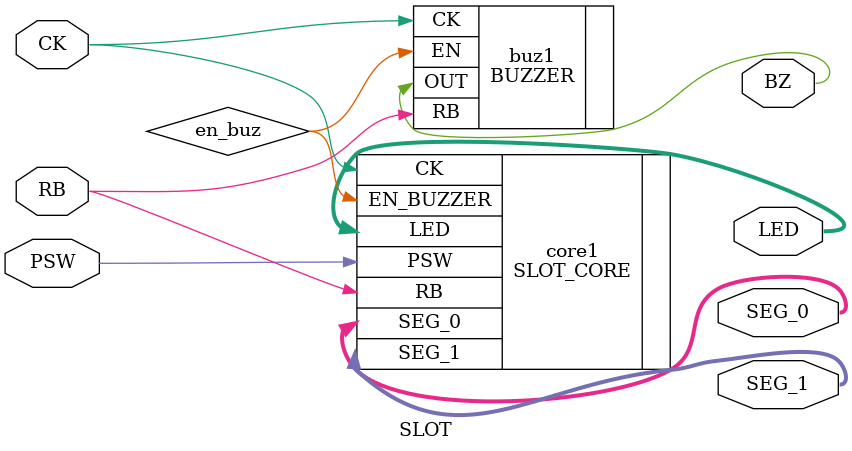
<source format=sv>
/*************************************************************************
 * System Name : 
 * File Name   : SLOT.sv
 * Contents    :
 * Memo        :
 **************************************************************************/

module SLOT(
  input  logic CK,          //システムクロック
  input  logic RB,          //リセット信号
  input  logic PSW,         //プッシュスイッチ
  output logic [7:0] LED,   //LED
  output logic [7:0] SEG_0, //７セグA出力パターン
  output logic [7:0] SEG_1, //７セグB出力パターン
  output logic BZ
);

logic en_buz;

SLOT_CORE core1(
  .CK(CK),        //システムクロック
  .RB(RB),        //リセット信号
  .PSW(PSW),      //プッシュスイッチ
  .LED(LED),      //LED
  .SEG_0(SEG_0),  //７セグA出力パターン
  .SEG_1(SEG_1),  //７セグB出力パターン
  .EN_BUZZER(en_buz)
);

BUZZER buz1(
  .CK(CK),
  .RB(RB),
  .EN(en_buz),
  .OUT(BZ)
);


endmodule


</source>
